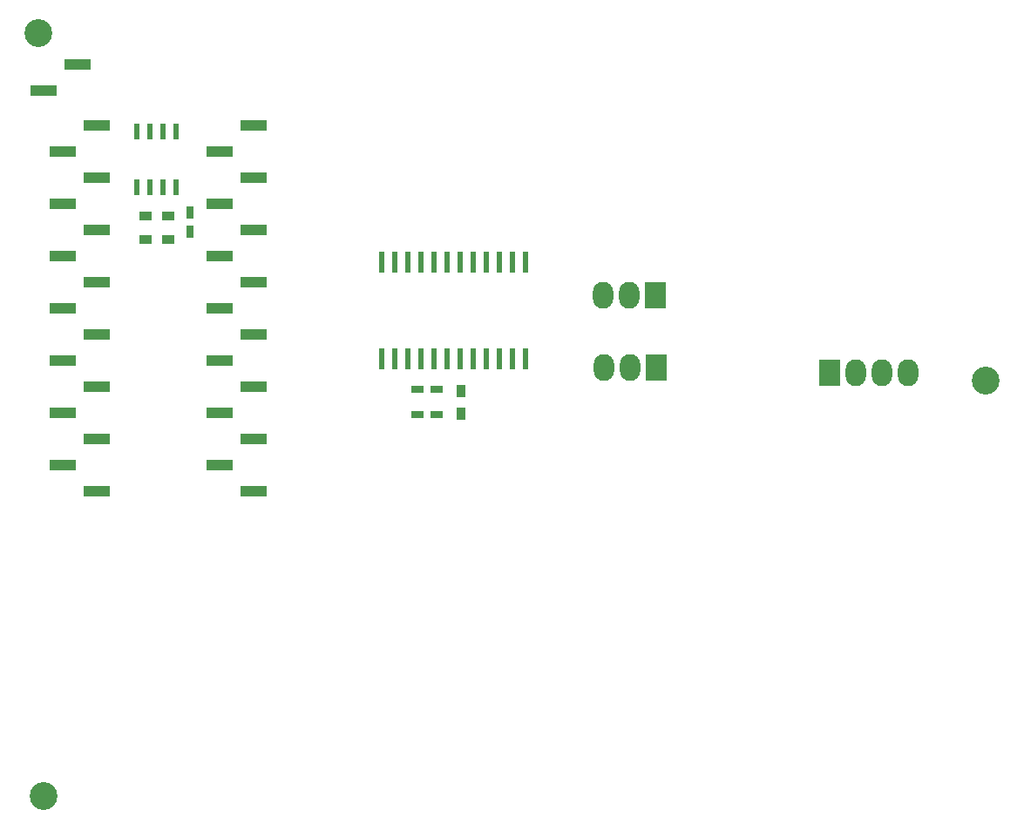
<source format=gbr>
G04 #@! TF.GenerationSoftware,KiCad,Pcbnew,(5.1.4-0-10_14)*
G04 #@! TF.CreationDate,2019-10-31T10:02:22+01:00*
G04 #@! TF.ProjectId,EWI_Right,4557495f-5269-4676-9874-2e6b69636164,-*
G04 #@! TF.SameCoordinates,Original*
G04 #@! TF.FileFunction,Soldermask,Bot*
G04 #@! TF.FilePolarity,Negative*
%FSLAX46Y46*%
G04 Gerber Fmt 4.6, Leading zero omitted, Abs format (unit mm)*
G04 Created by KiCad (PCBNEW (5.1.4-0-10_14)) date 2019-10-31 10:02:22*
%MOMM*%
%LPD*%
G04 APERTURE LIST*
%ADD10R,2.000000X2.600000*%
%ADD11O,2.000000X2.600000*%
%ADD12R,0.750000X1.200000*%
%ADD13R,1.200000X0.900000*%
%ADD14R,0.600000X1.550000*%
%ADD15C,2.700000*%
%ADD16R,1.200000X0.750000*%
%ADD17R,0.600000X2.000000*%
%ADD18R,0.900000X1.200000*%
%ADD19R,2.510000X1.000000*%
G04 APERTURE END LIST*
D10*
X215985652Y-61878332D03*
D11*
X218525652Y-61878332D03*
X221065652Y-61878332D03*
X223605652Y-61878332D03*
D12*
X153860000Y-46320000D03*
X153860000Y-48220000D03*
D13*
X149510000Y-48920000D03*
X151710000Y-48920000D03*
D14*
X148676981Y-38439933D03*
X149946981Y-38439933D03*
X151216981Y-38439933D03*
X152486981Y-38439933D03*
X152486981Y-43839933D03*
X151216981Y-43839933D03*
X149946981Y-43839933D03*
X148676981Y-43839933D03*
D10*
X199060000Y-54370000D03*
D11*
X196520000Y-54370000D03*
X193980000Y-54370000D03*
D10*
X199100000Y-61370000D03*
D11*
X196560000Y-61370000D03*
X194020000Y-61370000D03*
D15*
X139095652Y-28908332D03*
X139595652Y-103078332D03*
X231165652Y-62668332D03*
D16*
X177810000Y-63470000D03*
X175910000Y-63470000D03*
X177810000Y-65970000D03*
X175910000Y-65970000D03*
D17*
X172495652Y-51106332D03*
X173765652Y-51106332D03*
X175035652Y-51106332D03*
X176305652Y-51106332D03*
X177575652Y-51106332D03*
X178845652Y-51106332D03*
X180115652Y-51106332D03*
X181385652Y-51106332D03*
X182655652Y-51106332D03*
X183925652Y-51106332D03*
X185195652Y-51106332D03*
X186465652Y-51106332D03*
X186465652Y-60506332D03*
X185195652Y-60506332D03*
X183925652Y-60506332D03*
X182655652Y-60506332D03*
X181385652Y-60506332D03*
X180115652Y-60506332D03*
X178845652Y-60506332D03*
X177575652Y-60506332D03*
X176305652Y-60506332D03*
X175035652Y-60506332D03*
X173765652Y-60506332D03*
X172495652Y-60506332D03*
D13*
X149510000Y-46670000D03*
X151710000Y-46670000D03*
D18*
X180160000Y-65870000D03*
X180160000Y-63670000D03*
D19*
X144765652Y-37856332D03*
X144765652Y-42936332D03*
X144765652Y-48016332D03*
X144765652Y-53096332D03*
X144765652Y-58176332D03*
X144765652Y-63256332D03*
X144765652Y-68336332D03*
X144765652Y-73416332D03*
X141455652Y-40396332D03*
X141455652Y-45476332D03*
X141455652Y-50556332D03*
X141455652Y-55636332D03*
X141455652Y-60716332D03*
X141455652Y-65796332D03*
X141455652Y-70876332D03*
X160010652Y-37866332D03*
X160010652Y-42946332D03*
X160010652Y-48026332D03*
X160010652Y-53106332D03*
X160010652Y-58186332D03*
X160010652Y-63266332D03*
X160010652Y-68346332D03*
X160010652Y-73426332D03*
X156700652Y-40406332D03*
X156700652Y-45486332D03*
X156700652Y-50566332D03*
X156700652Y-55646332D03*
X156700652Y-60726332D03*
X156700652Y-65806332D03*
X156700652Y-70886332D03*
X142915000Y-31950000D03*
X139605000Y-34490000D03*
M02*

</source>
